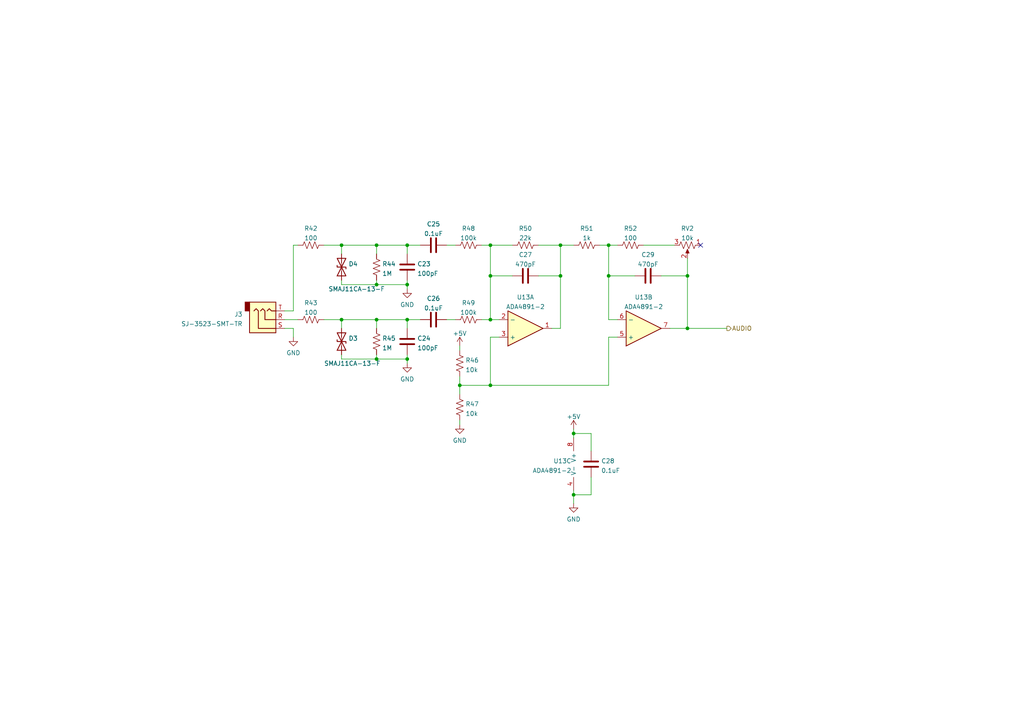
<source format=kicad_sch>
(kicad_sch (version 20211123) (generator eeschema)
  (paper "A4")
  (lib_symbols
    (symbol "Connector:AudioJack3"
      (property "Reference" "J" (at 0 8.89 0))
      (property "Value" "AudioJack3" (at 0 6.35 0))
      (symbol "AudioJack3_0_1"
        (rectangle (start -5.08 -5.08) (end -6.35 -2.54) (stroke (width 0.254)) (fill (type outline)))
        (polyline (pts (xy 0 -2.54) (xy 0.635 -3.175) (xy 1.27 -2.54) (xy 2.54 -2.54)) (stroke (width 0.254)))
        (polyline (pts (xy -1.905 -2.54) (xy -1.27 -3.175) (xy -0.635 -2.54) (xy -0.635 0) (xy 2.54 0)) (stroke (width 0.254)))
        (polyline (pts (xy 2.54 2.54) (xy -2.54 2.54) (xy -2.54 -2.54) (xy -3.175 -3.175) (xy -3.81 -2.54)) (stroke (width 0.254)))
        (rectangle (start 2.54 3.81) (end -5.08 -5.08) (stroke (width 0.254)) (fill (type background)))
      )
      (symbol "AudioJack3_1_1"
        (pin passive line (at 5.08 0 180) (length 2.54) (name "~") (number "R"))
        (pin passive line (at 5.08 2.54 180) (length 2.54) (name "~") (number "S"))
        (pin passive line (at 5.08 -2.54 180) (length 2.54) (name "~") (number "T"))
      )
    )
    (symbol "Device:C" (pin_numbers hide) (pin_names (offset 0.254))
      (property "Reference" "C" (at 0.635 2.54 0))
      (property "Value" "C" (at 0.635 -2.54 0))
      (symbol "C_0_1"
        (polyline (pts (xy -2.032 -0.762) (xy 2.032 -0.762)) (stroke (width 0.508)))
        (polyline (pts (xy -2.032 0.762) (xy 2.032 0.762)) (stroke (width 0.508)))
      )
      (symbol "C_1_1"
        (pin passive line (at 0 3.81 270) (length 2.794) (name "~") (number "1"))
        (pin passive line (at 0 -3.81 90) (length 2.794) (name "~") (number "2"))
      )
    )
    (symbol "Device:D_TVS" (pin_numbers hide) (pin_names (offset 1.016) hide)
      (property "Reference" "D" (at 0 2.54 0))
      (property "Value" "D_TVS" (at 0 -2.54 0))
      (symbol "D_TVS_0_1"
        (polyline (pts (xy 1.27 0) (xy -1.27 0)))
        (polyline (pts (xy 0.508 1.27) (xy 0 1.27) (xy 0 -1.27) (xy -0.508 -1.27)) (stroke (width 0.254)))
        (polyline (pts (xy -2.54 1.27) (xy -2.54 -1.27) (xy 2.54 1.27) (xy 2.54 -1.27) (xy -2.54 1.27)) (stroke (width 0.254)))
      )
      (symbol "D_TVS_1_1"
        (pin passive line (at -3.81 0 0) (length 2.54) (name "A1") (number "1"))
        (pin passive line (at 3.81 0 180) (length 2.54) (name "A2") (number "2"))
      )
    )
    (symbol "Device:Opamp_Dual"
      (property "Reference" "U" (at 0 5.08 0))
      (property "Value" "Opamp_Dual" (at 0 -5.08 0))
      (symbol "Opamp_Dual_1_1"
        (polyline (pts (xy -5.08 5.08) (xy 5.08 0) (xy -5.08 -5.08) (xy -5.08 5.08)) (stroke (width 0.254)) (fill (type background)))
        (pin output line (at 7.62 0 180) (length 2.54) (name "~") (number "1"))
        (pin input line (at -7.62 -2.54 0) (length 2.54) (name "-") (number "2"))
        (pin input line (at -7.62 2.54 0) (length 2.54) (name "+") (number "3"))
      )
      (symbol "Opamp_Dual_2_1"
        (polyline (pts (xy -5.08 5.08) (xy 5.08 0) (xy -5.08 -5.08) (xy -5.08 5.08)) (stroke (width 0.254)) (fill (type background)))
        (pin input line (at -7.62 2.54 0) (length 2.54) (name "+") (number "5"))
        (pin input line (at -7.62 -2.54 0) (length 2.54) (name "-") (number "6"))
        (pin output line (at 7.62 0 180) (length 2.54) (name "~") (number "7"))
      )
      (symbol "Opamp_Dual_3_1"
        (pin power_in line (at -2.54 -7.62 90) (length 3.81) (name "V-") (number "4"))
        (pin power_in line (at -2.54 7.62 270) (length 3.81) (name "V+") (number "8"))
      )
    )
    (symbol "Device:R_Potentiometer_US" (pin_names (offset 1.016) hide)
      (property "Reference" "RV" (at -4.445 0 90))
      (property "Value" "R_Potentiometer_US" (at -2.54 0 90))
      (symbol "R_Potentiometer_US_0_1"
        (polyline (pts (xy 0 -2.286) (xy 0 -2.54)))
        (polyline (pts (xy 0 2.54) (xy 0 2.286)))
        (polyline (pts (xy 2.54 0) (xy 1.524 0)))
        (polyline (pts (xy 1.143 0) (xy 2.286 0.508) (xy 2.286 -0.508) (xy 1.143 0)) (fill (type outline)))
        (polyline (pts (xy 0 -0.762) (xy 1.016 -1.143) (xy 0 -1.524) (xy -1.016 -1.905) (xy 0 -2.286)))
        (polyline (pts (xy 0 0.762) (xy 1.016 0.381) (xy 0 0) (xy -1.016 -0.381) (xy 0 -0.762)))
        (polyline (pts (xy 0 2.286) (xy 1.016 1.905) (xy 0 1.524) (xy -1.016 1.143) (xy 0 0.762)))
      )
      (symbol "R_Potentiometer_US_1_1"
        (pin passive line (at 0 3.81 270) (length 1.27) (name "1") (number "1"))
        (pin passive line (at 3.81 0 180) (length 1.27) (name "2") (number "2"))
        (pin passive line (at 0 -3.81 90) (length 1.27) (name "3") (number "3"))
      )
    )
    (symbol "Device:R_US" (pin_numbers hide) (pin_names (offset 0))
      (property "Reference" "R" (at 2.54 0 90))
      (property "Value" "R_US" (at -2.54 0 90))
      (symbol "R_US_0_1"
        (polyline (pts (xy 0 -2.286) (xy 0 -2.54)))
        (polyline (pts (xy 0 2.286) (xy 0 2.54)))
        (polyline (pts (xy 0 -0.762) (xy 1.016 -1.143) (xy 0 -1.524) (xy -1.016 -1.905) (xy 0 -2.286)))
        (polyline (pts (xy 0 0.762) (xy 1.016 0.381) (xy 0 0) (xy -1.016 -0.381) (xy 0 -0.762)))
        (polyline (pts (xy 0 2.286) (xy 1.016 1.905) (xy 0 1.524) (xy -1.016 1.143) (xy 0 0.762)))
      )
      (symbol "R_US_1_1"
        (pin passive line (at 0 3.81 270) (length 1.27) (name "~") (number "1"))
        (pin passive line (at 0 -3.81 90) (length 1.27) (name "~") (number "2"))
      )
    )
    (symbol "power:+5V" (power) (pin_names (offset 0))
      (property "Value" "+5V" (at 0 3.556 0))
      (symbol "+5V_0_1"
        (polyline (pts (xy -0.762 1.27) (xy 0 2.54)))
        (polyline (pts (xy 0 0) (xy 0 2.54)))
        (polyline (pts (xy 0 2.54) (xy 0.762 1.27)))
      )
      (symbol "+5V_1_1"
        (pin power_in line (at 0 0 90) (length 0) hide (name "+5V") (number "1"))
      )
    )
    (symbol "power:GND" (power) (pin_names (offset 0))
      (property "Value" "GND" (at 0 -3.81 0))
      (symbol "GND_0_1"
        (polyline (pts (xy 0 0) (xy 0 -1.27) (xy 1.27 -1.27) (xy 0 -2.54) (xy -1.27 -1.27) (xy 0 -1.27)))
      )
      (symbol "GND_1_1"
        (pin power_in line (at 0 0 270) (length 0) hide (name "GND") (number "1"))
      )
    )
  )
  (junction (at 199.39 80.01))
  (junction (at 109.22 104.14))
  (junction (at 166.37 125.73))
  (junction (at 118.11 71.12))
  (junction (at 99.06 71.12))
  (junction (at 109.22 92.71))
  (junction (at 109.22 82.55))
  (junction (at 142.24 80.01))
  (junction (at 118.11 92.71))
  (junction (at 118.11 104.14))
  (junction (at 142.24 92.71))
  (junction (at 109.22 71.12))
  (junction (at 166.37 143.51))
  (junction (at 142.24 111.76))
  (junction (at 162.56 71.12))
  (junction (at 162.56 80.01))
  (junction (at 133.35 111.76))
  (junction (at 118.11 82.55))
  (junction (at 99.06 92.71))
  (junction (at 176.53 80.01))
  (junction (at 142.24 71.12))
  (junction (at 199.39 95.25))
  (junction (at 176.53 71.12))
  (no_connect (at 203.2 71.12))
  (wire (pts (xy 191.77 80.01) (xy 199.39 80.01)))
  (wire (pts (xy 118.11 71.12) (xy 121.92 71.12)))
  (wire (pts (xy 142.24 71.12) (xy 142.24 80.01)))
  (wire (pts (xy 142.24 80.01) (xy 142.24 92.71)))
  (wire (pts (xy 118.11 71.12) (xy 118.11 73.66)))
  (wire (pts (xy 142.24 92.71) (xy 144.78 92.71)))
  (wire (pts (xy 171.45 125.73) (xy 166.37 125.73)))
  (wire (pts (xy 142.24 111.76) (xy 133.35 111.76)))
  (wire (pts (xy 162.56 95.25) (xy 160.02 95.25)))
  (wire (pts (xy 118.11 82.55) (xy 118.11 83.82)))
  (wire (pts (xy 171.45 130.81) (xy 171.45 125.73)))
  (wire (pts (xy 173.99 71.12) (xy 176.53 71.12)))
  (wire (pts (xy 179.07 92.71) (xy 176.53 92.71)))
  (wire (pts (xy 166.37 125.73) (xy 166.37 127)))
  (wire (pts (xy 109.22 71.12) (xy 109.22 73.66)))
  (wire (pts (xy 86.36 71.12) (xy 85.09 71.12)))
  (wire (pts (xy 162.56 71.12) (xy 162.56 80.01)))
  (wire (pts (xy 93.98 92.71) (xy 99.06 92.71)))
  (wire (pts (xy 85.09 95.25) (xy 85.09 97.79)))
  (wire (pts (xy 176.53 71.12) (xy 179.07 71.12)))
  (wire (pts (xy 109.22 71.12) (xy 99.06 71.12)))
  (wire (pts (xy 93.98 71.12) (xy 99.06 71.12)))
  (wire (pts (xy 118.11 104.14) (xy 118.11 105.41)))
  (wire (pts (xy 142.24 111.76) (xy 176.53 111.76)))
  (wire (pts (xy 82.55 92.71) (xy 86.36 92.71)))
  (wire (pts (xy 162.56 71.12) (xy 166.37 71.12)))
  (wire (pts (xy 162.56 80.01) (xy 162.56 95.25)))
  (wire (pts (xy 99.06 81.28) (xy 99.06 82.55)))
  (wire (pts (xy 109.22 82.55) (xy 118.11 82.55)))
  (wire (pts (xy 118.11 71.12) (xy 109.22 71.12)))
  (wire (pts (xy 109.22 92.71) (xy 118.11 92.71)))
  (wire (pts (xy 129.54 92.71) (xy 132.08 92.71)))
  (wire (pts (xy 109.22 92.71) (xy 109.22 95.25)))
  (wire (pts (xy 176.53 111.76) (xy 176.53 97.79)))
  (wire (pts (xy 176.53 97.79) (xy 179.07 97.79)))
  (wire (pts (xy 171.45 143.51) (xy 171.45 138.43)))
  (wire (pts (xy 82.55 95.25) (xy 85.09 95.25)))
  (wire (pts (xy 109.22 102.87) (xy 109.22 104.14)))
  (wire (pts (xy 139.7 71.12) (xy 142.24 71.12)))
  (wire (pts (xy 166.37 124.46) (xy 166.37 125.73)))
  (wire (pts (xy 142.24 97.79) (xy 142.24 111.76)))
  (wire (pts (xy 139.7 92.71) (xy 142.24 92.71)))
  (wire (pts (xy 176.53 71.12) (xy 176.53 80.01)))
  (wire (pts (xy 166.37 143.51) (xy 171.45 143.51)))
  (wire (pts (xy 142.24 71.12) (xy 148.59 71.12)))
  (wire (pts (xy 133.35 109.22) (xy 133.35 111.76)))
  (wire (pts (xy 85.09 71.12) (xy 85.09 90.17)))
  (wire (pts (xy 156.21 71.12) (xy 162.56 71.12)))
  (wire (pts (xy 99.06 92.71) (xy 99.06 95.25)))
  (wire (pts (xy 176.53 80.01) (xy 184.15 80.01)))
  (wire (pts (xy 118.11 92.71) (xy 121.92 92.71)))
  (wire (pts (xy 129.54 71.12) (xy 132.08 71.12)))
  (wire (pts (xy 186.69 71.12) (xy 195.58 71.12)))
  (wire (pts (xy 199.39 95.25) (xy 194.31 95.25)))
  (wire (pts (xy 133.35 123.19) (xy 133.35 121.92)))
  (wire (pts (xy 99.06 104.14) (xy 109.22 104.14)))
  (wire (pts (xy 99.06 82.55) (xy 109.22 82.55)))
  (wire (pts (xy 156.21 80.01) (xy 162.56 80.01)))
  (wire (pts (xy 199.39 74.93) (xy 199.39 80.01)))
  (wire (pts (xy 199.39 95.25) (xy 210.82 95.25)))
  (wire (pts (xy 99.06 71.12) (xy 99.06 73.66)))
  (wire (pts (xy 118.11 102.87) (xy 118.11 104.14)))
  (wire (pts (xy 109.22 104.14) (xy 118.11 104.14)))
  (wire (pts (xy 133.35 111.76) (xy 133.35 114.3)))
  (wire (pts (xy 99.06 92.71) (xy 109.22 92.71)))
  (wire (pts (xy 118.11 92.71) (xy 118.11 95.25)))
  (wire (pts (xy 99.06 102.87) (xy 99.06 104.14)))
  (wire (pts (xy 118.11 81.28) (xy 118.11 82.55)))
  (wire (pts (xy 144.78 97.79) (xy 142.24 97.79)))
  (wire (pts (xy 166.37 143.51) (xy 166.37 142.24)))
  (wire (pts (xy 142.24 80.01) (xy 148.59 80.01)))
  (wire (pts (xy 166.37 143.51) (xy 166.37 146.05)))
  (wire (pts (xy 199.39 80.01) (xy 199.39 95.25)))
  (wire (pts (xy 133.35 100.33) (xy 133.35 101.6)))
  (wire (pts (xy 85.09 90.17) (xy 82.55 90.17)))
  (wire (pts (xy 176.53 80.01) (xy 176.53 92.71)))
  (wire (pts (xy 109.22 81.28) (xy 109.22 82.55)))
  (hierarchical_label "AUDIO" (shape output) (at 210.82 95.25 0))
  (symbol (lib_id "Device:C") (at 118.11 77.47 180) (unit 1)
    (property "Reference" "C23" (at 121.031 76.5615 0) (effects (justify right)))
    (property "Value" "100pF" (at 121.031 79.3366 0) (effects (justify right)))
    (property "Footprint" "Capacitor_SMD:C_0603_1608Metric" (effects hide))
  )
  (symbol (lib_id "Device:R_US") (at 182.88 71.12 270) (unit 1)
    (property "Reference" "R52" (at 182.88 66.2645 90))
    (property "Value" "100" (at 182.88 69.0396 90))
    (property "Footprint" "Resistor_SMD:R_0805_2012Metric" (effects hide))
  )
  (symbol (lib_id "power:GND") (at 85.09 97.79 0) (unit 1)
    (property "Reference" "#PWR057" (effects hide))
    (property "Value" "GND" (at 85.09 102.3525 0))
  )
  (symbol (lib_id "Device:R_US") (at 90.17 92.71 270) (unit 1)
    (property "Reference" "R43" (at 90.17 87.8545 90))
    (property "Value" "100" (at 90.17 90.6296 90))
    (property "Footprint" "Resistor_SMD:R_0805_2012Metric" (effects hide))
  )
  (symbol (lib_id "Connector:AudioJack3") (at 77.47 92.71 0) (mirror x) (unit 1)
    (property "Reference" "J3" (at 70.3581 91.1665 0) (effects (justify right)))
    (property "Value" "SJ-3523-SMT-TR" (at 70.3581 93.9416 0) (effects (justify right)))
    (property "Footprint" "Connector_Audio:Jack_3.5mm_CUI_SJ-3523-SMT_Horizontal" (effects hide))
    (property "MFG_PN" "SJ-3523-SMT-TR" (effects hide))
  )
  (symbol (lib_id "Device:R_US") (at 133.35 118.11 180) (unit 1)
    (property "Reference" "R47" (at 135.001 117.2015 0) (effects (justify right)))
    (property "Value" "10k" (at 135.001 119.9766 0) (effects (justify right)))
    (property "Footprint" "Resistor_SMD:R_0805_2012Metric" (effects hide))
  )
  (symbol (lib_id "Device:R_US") (at 135.89 92.71 90) (unit 1)
    (property "Reference" "R49" (at 135.89 87.8545 90))
    (property "Value" "100k" (at 135.89 90.6296 90))
    (property "Footprint" "Resistor_SMD:R_0805_2012Metric" (effects hide))
  )
  (symbol (lib_id "Device:D_TVS") (at 99.06 77.47 90) (unit 1)
    (property "Reference" "D4" (at 101.092 76.5615 90) (effects (justify right)))
    (property "Value" "SMAJ11CA-13-F" (at 95.25 83.82 90) (effects (justify right)))
    (property "Footprint" "Diode_SMD:D_SMA" (effects hide))
    (property "MFG_PN" "SMAJ11CA-13-F" (effects hide))
  )
  (symbol (lib_id "Device:Opamp_Dual") (at 186.69 95.25 0) (mirror x) (unit 2)
    (property "Reference" "U13" (at 186.69 86.2035 0))
    (property "Value" "ADA4891-2" (at 186.69 88.9786 0))
    (property "Footprint" "Package_SO:SOIC-8_3.9x4.9mm_P1.27mm" (effects hide))
  )
  (symbol (lib_id "Device:R_US") (at 152.4 71.12 90) (unit 1)
    (property "Reference" "R50" (at 152.4 66.2645 90))
    (property "Value" "22k" (at 152.4 69.0396 90))
    (property "Footprint" "Resistor_SMD:R_0805_2012Metric" (effects hide))
  )
  (symbol (lib_id "Device:Opamp_Dual") (at 152.4 95.25 0) (mirror x) (unit 1)
    (property "Reference" "U13" (at 152.4 86.2035 0))
    (property "Value" "ADA4891-2" (at 152.4 88.9786 0))
    (property "Footprint" "Package_SO:SOIC-8_3.9x4.9mm_P1.27mm" (effects hide))
  )
  (symbol (lib_id "Device:R_US") (at 135.89 71.12 90) (unit 1)
    (property "Reference" "R48" (at 135.89 66.2645 90))
    (property "Value" "100k" (at 135.89 69.0396 90))
    (property "Footprint" "Resistor_SMD:R_0805_2012Metric" (effects hide))
  )
  (symbol (lib_id "Device:R_US") (at 109.22 99.06 180) (unit 1)
    (property "Reference" "R45" (at 110.871 98.1515 0) (effects (justify right)))
    (property "Value" "1M" (at 110.871 100.9266 0) (effects (justify right)))
    (property "Footprint" "Resistor_SMD:R_0805_2012Metric" (effects hide))
  )
  (symbol (lib_id "Device:C") (at 187.96 80.01 270) (unit 1)
    (property "Reference" "C29" (at 187.96 73.8845 90))
    (property "Value" "470pF" (at 187.96 76.6596 90))
    (property "Footprint" "Capacitor_SMD:C_0603_1608Metric" (effects hide))
  )
  (symbol (lib_id "power:GND") (at 118.11 83.82 0) (unit 1)
    (property "Reference" "#PWR060" (effects hide))
    (property "Value" "GND" (at 118.11 88.3825 0))
  )
  (symbol (lib_id "Device:D_TVS") (at 99.06 99.06 90) (unit 1)
    (property "Reference" "D3" (at 101.092 98.1515 90) (effects (justify right)))
    (property "Value" "SMAJ11CA-13-F" (at 93.98 105.41 90) (effects (justify right)))
    (property "Footprint" "Diode_SMD:D_SMA" (effects hide))
    (property "MFG_PN" "SMAJ11CA-13-F" (effects hide))
  )
  (symbol (lib_id "Device:C") (at 125.73 71.12 270) (unit 1)
    (property "Reference" "C25" (at 125.73 64.9945 90))
    (property "Value" "0.1uF" (at 125.73 67.7696 90))
    (property "Footprint" "Capacitor_SMD:C_0603_1608Metric" (effects hide))
  )
  (symbol (lib_id "Device:R_US") (at 109.22 77.47 180) (unit 1)
    (property "Reference" "R44" (at 110.871 76.5615 0) (effects (justify right)))
    (property "Value" "1M" (at 110.871 79.3366 0) (effects (justify right)))
    (property "Footprint" "Resistor_SMD:R_0805_2012Metric" (effects hide))
  )
  (symbol (lib_id "Device:R_US") (at 170.18 71.12 90) (unit 1)
    (property "Reference" "R51" (at 170.18 66.2645 90))
    (property "Value" "1k" (at 170.18 69.0396 90))
    (property "Footprint" "Resistor_SMD:R_0805_2012Metric" (effects hide))
  )
  (symbol (lib_id "power:GND") (at 118.11 105.41 0) (unit 1)
    (property "Reference" "#PWR061" (effects hide))
    (property "Value" "GND" (at 118.11 109.9725 0))
  )
  (symbol (lib_id "power:+5V") (at 166.37 124.46 0) (unit 1)
    (property "Reference" "#PWR064" (effects hide))
    (property "Value" "+5V" (at 166.37 120.8555 0))
  )
  (symbol (lib_id "Device:R_US") (at 90.17 71.12 270) (unit 1)
    (property "Reference" "R42" (at 90.17 66.2645 90))
    (property "Value" "100" (at 90.17 69.0396 90))
    (property "Footprint" "Resistor_SMD:R_0805_2012Metric" (effects hide))
  )
  (symbol (lib_id "Device:R_Potentiometer_US") (at 199.39 71.12 270) (unit 1)
    (property "Reference" "RV2" (at 199.39 66.2645 90))
    (property "Value" "10k" (at 199.39 69.0396 90))
    (property "Footprint" "Potentiometer_THT:Potentiometer_Bourns_PTV09A-2_Single_Horizontal" (effects hide))
    (property "MFG_PN" "PTV09A-2020F-A103" (effects hide))
  )
  (symbol (lib_id "power:GND") (at 166.37 146.05 0) (unit 1)
    (property "Reference" "#PWR065" (effects hide))
    (property "Value" "GND" (at 166.37 150.6125 0))
  )
  (symbol (lib_id "power:+5V") (at 133.35 100.33 0) (unit 1)
    (property "Reference" "#PWR062" (effects hide))
    (property "Value" "+5V" (at 133.35 96.7255 0))
  )
  (symbol (lib_id "Device:Opamp_Dual") (at 168.91 134.62 0) (unit 3)
    (property "Reference" "U13" (at 165.7351 133.7115 0) (effects (justify right)))
    (property "Value" "ADA4891-2" (at 165.7351 136.4866 0) (effects (justify right)))
    (property "Footprint" "Package_SO:SOIC-8_3.9x4.9mm_P1.27mm" (effects hide))
  )
  (symbol (lib_id "Device:C") (at 125.73 92.71 270) (unit 1)
    (property "Reference" "C26" (at 125.73 86.5845 90))
    (property "Value" "0.1uF" (at 125.73 89.3596 90))
    (property "Footprint" "Capacitor_SMD:C_0603_1608Metric" (effects hide))
  )
  (symbol (lib_id "Device:C") (at 171.45 134.62 180) (unit 1)
    (property "Reference" "C28" (at 174.371 133.7115 0) (effects (justify right)))
    (property "Value" "0.1uF" (at 174.371 136.4866 0) (effects (justify right)))
    (property "Footprint" "Capacitor_SMD:C_0603_1608Metric" (effects hide))
  )
  (symbol (lib_id "Device:R_US") (at 133.35 105.41 180) (unit 1)
    (property "Reference" "R46" (at 135.001 104.5015 0) (effects (justify right)))
    (property "Value" "10k" (at 135.001 107.2766 0) (effects (justify right)))
    (property "Footprint" "Resistor_SMD:R_0805_2012Metric" (effects hide))
  )
  (symbol (lib_id "power:GND") (at 133.35 123.19 0) (unit 1)
    (property "Reference" "#PWR063" (effects hide))
    (property "Value" "GND" (at 133.35 127.7525 0))
  )
  (symbol (lib_id "Device:C") (at 152.4 80.01 270) (unit 1)
    (property "Reference" "C27" (at 152.4 73.8845 90))
    (property "Value" "470pF" (at 152.4 76.6596 90))
    (property "Footprint" "Capacitor_SMD:C_0603_1608Metric" (effects hide))
  )
  (symbol (lib_id "Device:C") (at 118.11 99.06 180) (unit 1)
    (property "Reference" "C24" (at 121.031 98.1515 0) (effects (justify right)))
    (property "Value" "100pF" (at 121.031 100.9266 0) (effects (justify right)))
    (property "Footprint" "Capacitor_SMD:C_0603_1608Metric" (effects hide))
  )
)
</source>
